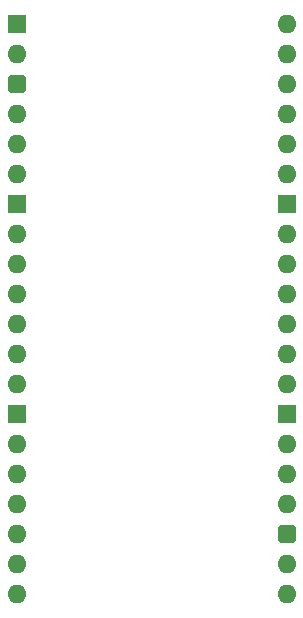
<source format=gbs>
%TF.GenerationSoftware,KiCad,Pcbnew,7.0.5*%
%TF.CreationDate,2024-02-14T17:05:01+02:00*%
%TF.ProjectId,GPIO Address Decode,4750494f-2041-4646-9472-657373204465,rev?*%
%TF.SameCoordinates,PX6d01460PY32de760*%
%TF.FileFunction,Soldermask,Bot*%
%TF.FilePolarity,Negative*%
%FSLAX46Y46*%
G04 Gerber Fmt 4.6, Leading zero omitted, Abs format (unit mm)*
G04 Created by KiCad (PCBNEW 7.0.5) date 2024-02-14 17:05:01*
%MOMM*%
%LPD*%
G01*
G04 APERTURE LIST*
G04 Aperture macros list*
%AMRoundRect*
0 Rectangle with rounded corners*
0 $1 Rounding radius*
0 $2 $3 $4 $5 $6 $7 $8 $9 X,Y pos of 4 corners*
0 Add a 4 corners polygon primitive as box body*
4,1,4,$2,$3,$4,$5,$6,$7,$8,$9,$2,$3,0*
0 Add four circle primitives for the rounded corners*
1,1,$1+$1,$2,$3*
1,1,$1+$1,$4,$5*
1,1,$1+$1,$6,$7*
1,1,$1+$1,$8,$9*
0 Add four rect primitives between the rounded corners*
20,1,$1+$1,$2,$3,$4,$5,0*
20,1,$1+$1,$4,$5,$6,$7,0*
20,1,$1+$1,$6,$7,$8,$9,0*
20,1,$1+$1,$8,$9,$2,$3,0*%
G04 Aperture macros list end*
%ADD10R,1.600000X1.600000*%
%ADD11O,1.600000X1.600000*%
%ADD12RoundRect,0.400000X-0.400000X-0.400000X0.400000X-0.400000X0.400000X0.400000X-0.400000X0.400000X0*%
G04 APERTURE END LIST*
D10*
%TO.C,J1*%
X0Y0D03*
D11*
X0Y-2540000D03*
D12*
X0Y-5080000D03*
D11*
X0Y-7620000D03*
X0Y-10160000D03*
X0Y-12700000D03*
D10*
X0Y-15240000D03*
D11*
X0Y-17780000D03*
X0Y-20320000D03*
X0Y-22860000D03*
X0Y-25400000D03*
X0Y-27940000D03*
X0Y-30480000D03*
D10*
X0Y-33020000D03*
D11*
X0Y-35560000D03*
X0Y-38100000D03*
X0Y-40640000D03*
X0Y-43180000D03*
X0Y-45720000D03*
X0Y-48260000D03*
X22860000Y-48260000D03*
X22860000Y-45720000D03*
D12*
X22860000Y-43180000D03*
D11*
X22860000Y-40640000D03*
X22860000Y-38100000D03*
X22860000Y-35560000D03*
D10*
X22860000Y-33020000D03*
D11*
X22860000Y-30480000D03*
X22860000Y-27940000D03*
X22860000Y-25400000D03*
X22860000Y-22860000D03*
X22860000Y-20320000D03*
X22860000Y-17780000D03*
D10*
X22860000Y-15240000D03*
D11*
X22860000Y-12700000D03*
X22860000Y-10160000D03*
X22860000Y-7620000D03*
X22860000Y-5080000D03*
X22860000Y-2540000D03*
X22860000Y0D03*
%TD*%
M02*

</source>
